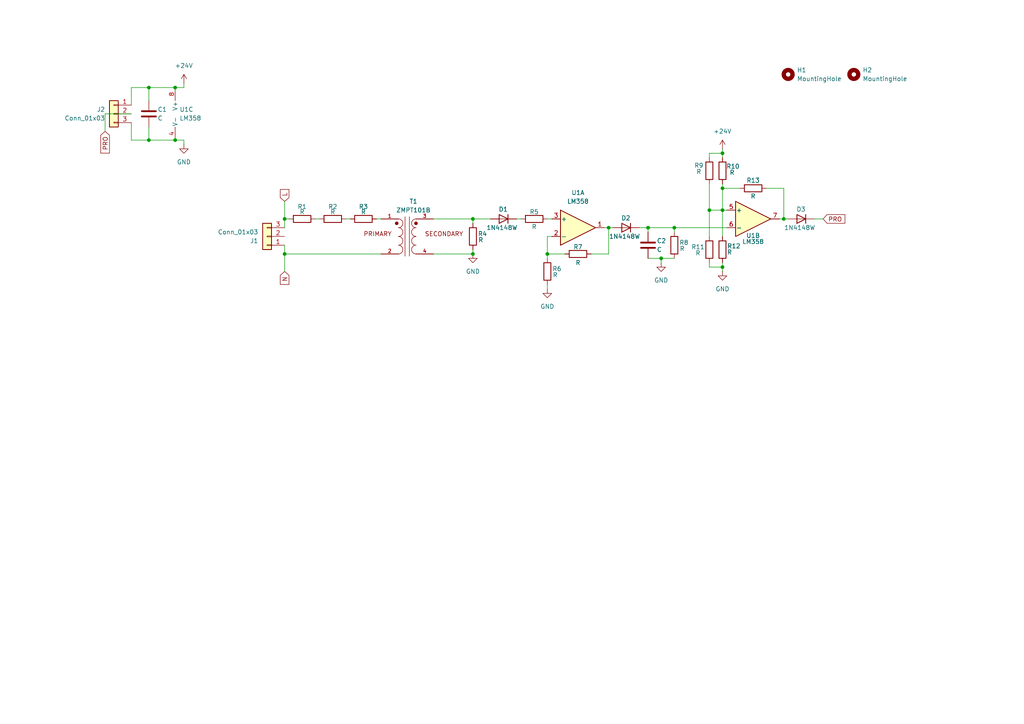
<source format=kicad_sch>
(kicad_sch (version 20250114) (generator "eeschema") (generator_version "9.0")
  (paper "A4")
  (lib_symbols
    (symbol "Amplifier_Operational:LM358" (pin_names (offset 0.127))
      (property "Reference" "U" (at 0 5.08 0))
      (property "Value" "LM358" (at 0 -5.08 0))
      (symbol "LM358_1_1"
        (polyline (pts (xy -5.08 5.08) (xy 5.08 0) (xy -5.08 -5.08) (xy -5.08 5.08)) (stroke (width 0.254)) (fill (type background)))
        (pin input line (at -7.62 2.54 0) (length 2.54) (name "+") (number "3"))
        (pin input line (at -7.62 -2.54 0) (length 2.54) (name "-") (number "2"))
        (pin output line (at 7.62 0 180) (length 2.54) (name "~") (number "1"))
      )
      (symbol "LM358_2_1"
        (polyline (pts (xy -5.08 5.08) (xy 5.08 0) (xy -5.08 -5.08) (xy -5.08 5.08)) (stroke (width 0.254)) (fill (type background)))
        (pin input line (at -7.62 2.54 0) (length 2.54) (name "+") (number "5"))
        (pin input line (at -7.62 -2.54 0) (length 2.54) (name "-") (number "6"))
        (pin output line (at 7.62 0 180) (length 2.54) (name "~") (number "7"))
      )
      (symbol "LM358_3_1"
        (pin power_in line (at -2.54 7.62 270) (length 3.81) (name "V+") (number "8"))
        (pin power_in line (at -2.54 -7.62 90) (length 3.81) (name "V-") (number "4"))
      )
    )
    (symbol "Connector_Generic:Conn_01x03" (pin_names (offset 1.016) (hide yes))
      (property "Reference" "J" (at 0 5.08 0))
      (property "Value" "Conn_01x03" (at 0 -5.08 0))
      (symbol "Conn_01x03_1_1"
        (rectangle (start -1.27 3.81) (end 1.27 -3.81) (stroke (width 0.254)) (fill (type background)))
        (rectangle (start -1.27 2.667) (end 0 2.413) (stroke (width 0.1524)))
        (rectangle (start -1.27 0.127) (end 0 -0.127) (stroke (width 0.1524)))
        (rectangle (start -1.27 -2.413) (end 0 -2.667) (stroke (width 0.1524)))
        (pin passive line (at -5.08 2.54 0) (length 3.81) (name "Pin_1") (number "1"))
        (pin passive line (at -5.08 0 0) (length 3.81) (name "Pin_2") (number "2"))
        (pin passive line (at -5.08 -2.54 0) (length 3.81) (name "Pin_3") (number "3"))
      )
    )
    (symbol "Device:C" (pin_numbers (hide yes)) (pin_names (offset 0.254))
      (property "Reference" "C" (at 0.635 2.54 0))
      (property "Value" "C" (at 0.635 -2.54 0))
      (symbol "C_0_1"
        (polyline (pts (xy -2.032 0.762) (xy 2.032 0.762)) (stroke (width 0.508)))
        (polyline (pts (xy -2.032 -0.762) (xy 2.032 -0.762)) (stroke (width 0.508)))
      )
      (symbol "C_1_1"
        (pin passive line (at 0 3.81 270) (length 2.794) (name "~") (number "1"))
        (pin passive line (at 0 -3.81 90) (length 2.794) (name "~") (number "2"))
      )
    )
    (symbol "Device:R" (pin_numbers (hide yes)) (pin_names (offset 0))
      (property "Reference" "R" (at 2.032 0 90))
      (property "Value" "R" (at 0 0 90))
      (symbol "R_0_1"
        (rectangle (start -1.016 -2.54) (end 1.016 2.54) (stroke (width 0.254)))
      )
      (symbol "R_1_1"
        (pin passive line (at 0 3.81 270) (length 1.27) (name "~") (number "1"))
        (pin passive line (at 0 -3.81 90) (length 1.27) (name "~") (number "2"))
      )
    )
    (symbol "Diode:1N4148W" (pin_numbers (hide yes)) (pin_names (hide yes))
      (property "Reference" "D" (at 0 2.54 0))
      (property "Value" "1N4148W" (at 0 -2.54 0))
      (symbol "1N4148W_0_1"
        (polyline (pts (xy -1.27 1.27) (xy -1.27 -1.27)) (stroke (width 0.254)))
        (polyline (pts (xy 1.27 1.27) (xy 1.27 -1.27) (xy -1.27 0) (xy 1.27 1.27)) (stroke (width 0.254)))
        (polyline (pts (xy 1.27 0) (xy -1.27 0)))
      )
      (symbol "1N4148W_1_1"
        (pin passive line (at -3.81 0 0) (length 2.54) (name "K") (number "1"))
        (pin passive line (at 3.81 0 180) (length 2.54) (name "A") (number "2"))
      )
    )
    (symbol "Mechanical:MountingHole" (pin_names (offset 1.016)) (in_bom no)
      (property "Reference" "H" (at 0 5.08 0))
      (property "Value" "MountingHole" (at 0 3.175 0))
      (symbol "MountingHole_0_1"
        (circle (center 0 0) (radius 1.27) (stroke (width 1.27)))
      )
    )
    (symbol "RUPESH:ZMPT101B" (pin_names (offset 1.016))
      (property "Reference" "T" (at -5.0839 7.6279 0))
      (property "Value" "ZMPT101B" (at -5.0814 -7.6227 0))
      (symbol "ZMPT101B_0_0"
        (circle (center -3.048 3.81) (radius 0.254) (stroke (width 0.508)))
        (arc (start -2.54 5.08) (mid -1.2755 3.81) (end -2.54 2.54) (stroke (width 0.1524)))
        (arc (start -2.54 2.54) (mid -1.2755 1.27) (end -2.54 0) (stroke (width 0.1524)))
        (arc (start -2.54 0) (mid -1.2755 -1.27) (end -2.54 -2.54) (stroke (width 0.1524)))
        (arc (start -2.54 -2.54) (mid -1.2755 -3.81) (end -2.54 -5.08) (stroke (width 0.1524)))
        (polyline (pts (xy -0.635 5.715) (xy -0.635 -5.715)) (stroke (width 0.1524)))
        (polyline (pts (xy 0.635 5.715) (xy 0.635 -5.715)) (stroke (width 0.1524)))
        (circle (center 2.54 3.81) (radius 0.254) (stroke (width 0.508)))
        (arc (start 2.54 2.54) (mid 1.2755 3.81) (end 2.54 5.08) (stroke (width 0.1524)))
        (arc (start 2.54 0) (mid 1.2755 1.27) (end 2.54 2.54) (stroke (width 0.1524)))
        (arc (start 2.54 -2.54) (mid 1.2755 -1.27) (end 2.54 0) (stroke (width 0.1524)))
        (arc (start 2.54 -5.08) (mid 1.2755 -3.81) (end 2.54 -2.54) (stroke (width 0.1524)))
        (text "PRIMARY" (at -12.7 0 0) (effects (font (size 1.27 1.27)) (justify left bottom)))
        (text "SECONDARY" (at 5.08 0 0) (effects (font (size 1.27 1.27)) (justify left bottom)))
        (pin passive line (at -7.62 5.08 0) (length 5.08) (name "~") (number "1"))
        (pin passive line (at -7.62 -5.08 0) (length 5.08) (name "~") (number "2"))
        (pin passive line (at 7.62 5.08 180) (length 5.08) (name "~") (number "3"))
        (pin passive line (at 7.62 -5.08 180) (length 5.08) (name "~") (number "4"))
      )
    )
    (symbol "power:+24V" (power) (pin_numbers (hide yes)) (pin_names (offset 0) (hide yes))
      (property "Value" "+24V" (at 0 3.556 0))
      (symbol "+24V_0_1"
        (polyline (pts (xy -0.762 1.27) (xy 0 2.54)))
        (polyline (pts (xy 0 2.54) (xy 0.762 1.27)))
        (polyline (pts (xy 0 0) (xy 0 2.54)))
      )
      (symbol "+24V_1_1"
        (pin power_in line (at 0 0 90) (length 0) (name "~") (number "1"))
      )
    )
    (symbol "power:GND" (power) (pin_numbers (hide yes)) (pin_names (offset 0) (hide yes))
      (property "Value" "GND" (at 0 -3.81 0))
      (symbol "GND_0_1"
        (polyline (pts (xy 0 0) (xy 0 -1.27) (xy 1.27 -1.27) (xy 0 -2.54) (xy -1.27 -1.27) (xy 0 -1.27)))
      )
      (symbol "GND_1_1"
        (pin power_in line (at 0 0 270) (length 0) (name "~") (number "1"))
      )
    )
  )
  (junction (at 227.33 63.5))
  (junction (at 205.74 60.96))
  (junction (at 209.55 54.61))
  (junction (at 158.75 73.66))
  (junction (at 137.16 73.66))
  (junction (at 195.58 66.04))
  (junction (at 82.55 73.66))
  (junction (at 50.8 40.64))
  (junction (at 209.55 44.45))
  (junction (at 43.18 40.64))
  (junction (at 209.55 60.96))
  (junction (at 209.55 77.47))
  (junction (at 187.96 66.04))
  (junction (at 50.8 25.4))
  (junction (at 191.77 74.93))
  (junction (at 137.16 63.5))
  (junction (at 82.55 63.5))
  (junction (at 176.53 66.04))
  (junction (at 43.18 25.4))
  (wire (pts (xy 53.34 41.91) (xy 53.34 40.64)))
  (wire (pts (xy 228.6 63.5) (xy 227.33 63.5)))
  (wire (pts (xy 191.77 76.2) (xy 191.77 74.93)))
  (wire (pts (xy 38.1 25.4) (xy 38.1 30.48)))
  (wire (pts (xy 125.73 73.66) (xy 137.16 73.66)))
  (wire (pts (xy 43.18 25.4) (xy 50.8 25.4)))
  (wire (pts (xy 227.33 63.5) (xy 226.06 63.5)))
  (wire (pts (xy 38.1 33.02) (xy 30.48 33.02)))
  (wire (pts (xy 227.33 54.61) (xy 227.33 63.5)))
  (wire (pts (xy 82.55 63.5) (xy 83.82 63.5)))
  (wire (pts (xy 30.48 33.02) (xy 30.48 38.1)))
  (wire (pts (xy 163.83 73.66) (xy 158.75 73.66)))
  (wire (pts (xy 187.96 74.93) (xy 191.77 74.93)))
  (wire (pts (xy 137.16 73.66) (xy 137.16 72.39)))
  (wire (pts (xy 187.96 66.04) (xy 185.42 66.04)))
  (wire (pts (xy 43.18 29.21) (xy 43.18 25.4)))
  (wire (pts (xy 158.75 73.66) (xy 158.75 68.58)))
  (wire (pts (xy 205.74 45.72) (xy 205.74 44.45)))
  (wire (pts (xy 82.55 78.74) (xy 82.55 73.66)))
  (wire (pts (xy 222.25 54.61) (xy 227.33 54.61)))
  (wire (pts (xy 195.58 67.31) (xy 195.58 66.04)))
  (wire (pts (xy 109.22 63.5) (xy 110.49 63.5)))
  (wire (pts (xy 187.96 67.31) (xy 187.96 66.04)))
  (wire (pts (xy 205.74 76.2) (xy 205.74 77.47)))
  (wire (pts (xy 205.74 44.45) (xy 209.55 44.45)))
  (wire (pts (xy 205.74 60.96) (xy 209.55 60.96)))
  (wire (pts (xy 91.44 63.5) (xy 92.71 63.5)))
  (wire (pts (xy 214.63 54.61) (xy 209.55 54.61)))
  (wire (pts (xy 38.1 40.64) (xy 43.18 40.64)))
  (wire (pts (xy 151.13 63.5) (xy 149.86 63.5)))
  (wire (pts (xy 175.26 66.04) (xy 176.53 66.04)))
  (wire (pts (xy 209.55 60.96) (xy 209.55 68.58)))
  (wire (pts (xy 50.8 25.4) (xy 53.34 25.4)))
  (wire (pts (xy 158.75 83.82) (xy 158.75 82.55)))
  (wire (pts (xy 238.76 63.5) (xy 236.22 63.5)))
  (wire (pts (xy 209.55 60.96) (xy 210.82 60.96)))
  (wire (pts (xy 137.16 63.5) (xy 137.16 64.77)))
  (wire (pts (xy 209.55 77.47) (xy 209.55 76.2)))
  (wire (pts (xy 171.45 73.66) (xy 176.53 73.66)))
  (wire (pts (xy 100.33 63.5) (xy 101.6 63.5)))
  (wire (pts (xy 209.55 44.45) (xy 209.55 45.72)))
  (wire (pts (xy 209.55 53.34) (xy 209.55 54.61)))
  (wire (pts (xy 195.58 66.04) (xy 210.82 66.04)))
  (wire (pts (xy 195.58 66.04) (xy 187.96 66.04)))
  (wire (pts (xy 43.18 40.64) (xy 50.8 40.64)))
  (wire (pts (xy 82.55 63.5) (xy 82.55 58.42)))
  (wire (pts (xy 158.75 68.58) (xy 160.02 68.58)))
  (wire (pts (xy 177.8 66.04) (xy 176.53 66.04)))
  (wire (pts (xy 209.55 43.18) (xy 209.55 44.45)))
  (wire (pts (xy 53.34 24.13) (xy 53.34 25.4)))
  (wire (pts (xy 142.24 63.5) (xy 137.16 63.5)))
  (wire (pts (xy 158.75 63.5) (xy 160.02 63.5)))
  (wire (pts (xy 205.74 60.96) (xy 205.74 68.58)))
  (wire (pts (xy 82.55 71.12) (xy 82.55 73.66)))
  (wire (pts (xy 38.1 25.4) (xy 43.18 25.4)))
  (wire (pts (xy 158.75 74.93) (xy 158.75 73.66)))
  (wire (pts (xy 82.55 73.66) (xy 110.49 73.66)))
  (wire (pts (xy 125.73 63.5) (xy 137.16 63.5)))
  (wire (pts (xy 205.74 77.47) (xy 209.55 77.47)))
  (wire (pts (xy 50.8 40.64) (xy 53.34 40.64)))
  (wire (pts (xy 209.55 54.61) (xy 209.55 60.96)))
  (wire (pts (xy 38.1 35.56) (xy 38.1 40.64)))
  (wire (pts (xy 82.55 66.04) (xy 82.55 63.5)))
  (wire (pts (xy 43.18 36.83) (xy 43.18 40.64)))
  (wire (pts (xy 209.55 78.74) (xy 209.55 77.47)))
  (wire (pts (xy 205.74 53.34) (xy 205.74 60.96)))
  (wire (pts (xy 176.53 73.66) (xy 176.53 66.04)))
  (wire (pts (xy 191.77 74.93) (xy 195.58 74.93)))
  (global_label "PRO" (shape input) (at 238.76 63.5 0) (property "Intersheetrefs" "${INTERSHEET_REFS}" (effects (hide yes))))
  (global_label "PRO" (shape input) (at 30.48 38.1 270) (property "Intersheetrefs" "${INTERSHEET_REFS}" (effects (hide yes))))
  (global_label "L" (shape input) (at 82.55 58.42 90) (property "Intersheetrefs" "${INTERSHEET_REFS}" (effects (hide yes))))
  (global_label "N" (shape input) (at 82.55 78.74 270) (property "Intersheetrefs" "${INTERSHEET_REFS}" (effects (hide yes))))
  (symbol (lib_id "RUPESH:ZMPT101B") (at 118.11 68.58 0) (unit 1)
    (property "Reference" "T1" (at 119.9145 58.42 0))
    (property "Value" "ZMPT101B" (at 119.9145 60.96 0))
    (property "Footprint" "XFMR_ZMPT101B" (effects (hide yes)))
    (property "MF" "Qingxian Zeming Langxi Electronic" (effects (hide yes)))
    (property "MAXIMUM_PACKAGE_HEIGHT" "18.8mm" (effects (hide yes)))
    (property "Package" "None" (effects (hide yes)))
    (property "Price" "None" (effects (hide yes)))
    (property "Check_prices" "https://www.snapeda.com/parts/ZMPT101B/Qingxian+Zeming+Langxi+Electronic/view-part/?ref=eda" (effects (hide yes)))
    (property "STANDARD" "Manufacturer Recommendations" (effects (hide yes)))
    (property "PARTREV" "NA" (effects (hide yes)))
    (property "SnapEDA_Link" "https://www.snapeda.com/parts/ZMPT101B/Qingxian+Zeming+Langxi+Electronic/view-part/?ref=snap" (effects (hide yes)))
    (property "MP" "ZMPT101B" (effects (hide yes)))
    (property "Description_1" "Current-type Voltage Transformer" (effects (hide yes)))
    (property "Availability" "Not in stock" (effects (hide yes)))
    (property "MANUFACTURER" "Qingxian Zeming Langxi Electronic" (effects (hide yes)))
  )
  (symbol (lib_id "Device:R") (at 195.58 71.12 180) (unit 1)
    (property "Reference" "R8" (at 198.374 70.358 0))
    (property "Value" "R" (at 197.866 72.136 0))
    (property "Footprint" "Resistor_SMD:R_0603_1608Metric_Pad0.98x0.95mm_HandSolder" (effects (hide yes)))
    (property "Description" "Resistor" (effects (hide yes)))
  )
  (symbol (lib_id "Device:R") (at 209.55 49.53 0) (unit 1)
    (property "Reference" "R10" (at 212.598 48.26 0))
    (property "Value" "R" (at 212.344 50.038 0))
    (property "Footprint" "Resistor_SMD:R_0603_1608Metric_Pad0.98x0.95mm_HandSolder" (effects (hide yes)))
    (property "Description" "Resistor" (effects (hide yes)))
  )
  (symbol (lib_id "Device:R") (at 167.64 73.66 270) (unit 1)
    (property "Reference" "R7" (at 167.64 71.628 90))
    (property "Value" "R" (at 167.64 76.2 90))
    (property "Footprint" "Resistor_SMD:R_0603_1608Metric_Pad0.98x0.95mm_HandSolder" (effects (hide yes)))
    (property "Description" "Resistor" (effects (hide yes)))
  )
  (symbol (lib_id "Device:R") (at 205.74 49.53 0) (unit 1)
    (property "Reference" "R9" (at 202.692 48.006 0))
    (property "Value" "R" (at 202.692 49.784 0))
    (property "Footprint" "Resistor_SMD:R_0603_1608Metric_Pad0.98x0.95mm_HandSolder" (effects (hide yes)))
    (property "Description" "Resistor" (effects (hide yes)))
  )
  (symbol (lib_id "Device:R") (at 154.94 63.5 270) (unit 1)
    (property "Reference" "R5" (at 154.94 61.468 90))
    (property "Value" "R" (at 154.94 65.786 90))
    (property "Footprint" "Resistor_SMD:R_0603_1608Metric_Pad0.98x0.95mm_HandSolder" (effects (hide yes)))
    (property "Description" "Resistor" (effects (hide yes)))
  )
  (symbol (lib_id "Mechanical:MountingHole") (at 247.65 21.59 0) (unit 1) (in_bom no)
    (property "Reference" "H2" (at 250.19 20.3199 0) (effects (justify left)))
    (property "Value" "MountingHole" (at 250.19 22.8599 0) (effects (justify left)))
    (property "Footprint" "MountingHole:MountingHole_3.2mm_M3_Pad_Via" (effects (hide yes)))
    (property "Description" "Mounting Hole without connection" (effects (hide yes)))
  )
  (symbol (lib_id "power:GND") (at 158.75 83.82 0) (unit 1)
    (property "Reference" "#PWR01" (effects (hide yes)))
    (property "Value" "GND" (at 158.75 88.9 0))
    (property "Description" "Power symbol creates a global label with name \"GND\" , ground" (effects (hide yes)))
  )
  (symbol (lib_id "Connector_Generic:Conn_01x03") (at 33.02 33.02 0) (mirror y) (unit 1)
    (property "Reference" "J2" (at 30.48 31.7499 0) (effects (justify left)))
    (property "Value" "Conn_01x03" (at 30.48 34.2899 0) (effects (justify left)))
    (property "Footprint" "Connector_Molex:Molex_KK-254_AE-6410-03A_1x03_P2.54mm_Vertical" (effects (hide yes)))
    (property "Description" "Generic connector, single row, 01x03, script generated (kicad-library-utils/schlib/autogen/connector/)" (effects (hide yes)))
  )
  (symbol (lib_id "Diode:1N4148W") (at 146.05 63.5 180) (unit 1)
    (property "Reference" "D1" (at 147.32 60.706 0) (effects (justify left)))
    (property "Value" "1N4148W" (at 150.114 66.04 0) (effects (justify left)))
    (property "Footprint" "Diode_SMD:D_SOD-123" (effects (hide yes)))
    (property "Datasheet" "https://www.vishay.com/docs/85748/1n4148w.pdf" (effects (hide yes)))
    (property "Description" "75V 0.15A Fast Switching Diode, SOD-123" (effects (hide yes)))
    (property "Sim.Device" "D" (effects (hide yes)))
    (property "Sim.Pins" "1=K 2=A" (effects (hide yes)))
  )
  (symbol (lib_id "power:GND") (at 137.16 73.66 0) (unit 1)
    (property "Reference" "#PWR03" (effects (hide yes)))
    (property "Value" "GND" (at 137.16 78.74 0))
    (property "Description" "Power symbol creates a global label with name \"GND\" , ground" (effects (hide yes)))
  )
  (symbol (lib_id "Amplifier_Operational:LM358") (at 218.44 63.5 0) (unit 2)
    (property "Reference" "U1" (at 218.44 68.326 0))
    (property "Value" "LM358" (at 218.44 70.104 0))
    (property "Footprint" "Package_SO:SOIC-8_3.9x4.9mm_P1.27mm" (effects (hide yes)))
    (property "Datasheet" "http://www.ti.com/lit/ds/symlink/lm2904-n.pdf" (effects (hide yes)))
    (property "Description" "Low-Power, Dual Operational Amplifiers, DIP-8/SOIC-8/TO-99-8" (effects (hide yes)))
  )
  (symbol (lib_id "Device:R") (at 105.41 63.5 90) (unit 1)
    (property "Reference" "R3" (at 105.41 59.944 90))
    (property "Value" "R" (at 105.41 61.468 90))
    (property "Footprint" "Resistor_SMD:R_1206_3216Metric_Pad1.30x1.75mm_HandSolder" (effects (hide yes)))
    (property "Description" "Resistor" (effects (hide yes)))
  )
  (symbol (lib_id "power:GND") (at 209.55 78.74 0) (unit 1)
    (property "Reference" "#PWR07" (effects (hide yes)))
    (property "Value" "GND" (at 209.55 83.82 0))
    (property "Description" "Power symbol creates a global label with name \"GND\" , ground" (effects (hide yes)))
  )
  (symbol (lib_id "Diode:1N4148W") (at 232.41 63.5 180) (unit 1)
    (property "Reference" "D3" (at 233.68 60.706 0) (effects (justify left)))
    (property "Value" "1N4148W" (at 236.474 66.04 0) (effects (justify left)))
    (property "Footprint" "Diode_SMD:D_SOD-123" (effects (hide yes)))
    (property "Datasheet" "https://www.vishay.com/docs/85748/1n4148w.pdf" (effects (hide yes)))
    (property "Description" "75V 0.15A Fast Switching Diode, SOD-123" (effects (hide yes)))
    (property "Sim.Device" "D" (effects (hide yes)))
    (property "Sim.Pins" "1=K 2=A" (effects (hide yes)))
  )
  (symbol (lib_id "power:GND") (at 53.34 41.91 0) (unit 1)
    (property "Reference" "#PWR02" (effects (hide yes)))
    (property "Value" "GND" (at 53.34 46.99 0))
    (property "Description" "Power symbol creates a global label with name \"GND\" , ground" (effects (hide yes)))
  )
  (symbol (lib_id "Diode:1N4148W") (at 181.61 66.04 180) (unit 1)
    (property "Reference" "D2" (at 182.88 63.246 0) (effects (justify left)))
    (property "Value" "1N4148W" (at 185.674 68.58 0) (effects (justify left)))
    (property "Footprint" "Diode_SMD:D_SOD-123" (effects (hide yes)))
    (property "Datasheet" "https://www.vishay.com/docs/85748/1n4148w.pdf" (effects (hide yes)))
    (property "Description" "75V 0.15A Fast Switching Diode, SOD-123" (effects (hide yes)))
    (property "Sim.Device" "D" (effects (hide yes)))
    (property "Sim.Pins" "1=K 2=A" (effects (hide yes)))
  )
  (symbol (lib_id "power:+24V") (at 209.55 43.18 0) (unit 1)
    (property "Reference" "#PWR05" (effects (hide yes)))
    (property "Value" "+24V" (at 209.55 38.1 0))
    (property "Description" "Power symbol creates a global label with name \"+24V\"" (effects (hide yes)))
  )
  (symbol (lib_id "Device:R") (at 158.75 78.74 180) (unit 1)
    (property "Reference" "R6" (at 161.544 77.978 0))
    (property "Value" "R" (at 161.036 79.756 0))
    (property "Footprint" "Resistor_SMD:R_0603_1608Metric_Pad0.98x0.95mm_HandSolder" (effects (hide yes)))
    (property "Description" "Resistor" (effects (hide yes)))
  )
  (symbol (lib_id "Amplifier_Operational:LM358") (at 53.34 33.02 0) (unit 3)
    (property "Reference" "U1" (at 52.07 31.7499 0) (effects (justify left)))
    (property "Value" "LM358" (at 52.07 34.2899 0) (effects (justify left)))
    (property "Footprint" "Package_SO:SOIC-8_3.9x4.9mm_P1.27mm" (effects (hide yes)))
    (property "Datasheet" "http://www.ti.com/lit/ds/symlink/lm2904-n.pdf" (effects (hide yes)))
    (property "Description" "Low-Power, Dual Operational Amplifiers, DIP-8/SOIC-8/TO-99-8" (effects (hide yes)))
  )
  (symbol (lib_id "Device:R") (at 218.44 54.61 270) (unit 1)
    (property "Reference" "R13" (at 218.44 52.324 90))
    (property "Value" "R" (at 218.44 56.896 90))
    (property "Footprint" "Resistor_SMD:R_0603_1608Metric_Pad0.98x0.95mm_HandSolder" (effects (hide yes)))
    (property "Description" "Resistor" (effects (hide yes)))
  )
  (symbol (lib_id "power:+24V") (at 53.34 24.13 0) (unit 1)
    (property "Reference" "#PWR06" (effects (hide yes)))
    (property "Value" "+24V" (at 53.34 19.05 0))
    (property "Description" "Power symbol creates a global label with name \"+24V\"" (effects (hide yes)))
  )
  (symbol (lib_id "Connector_Generic:Conn_01x03") (at 77.47 68.58 180) (unit 1)
    (property "Reference" "J1" (at 74.93 69.8501 0) (effects (justify left)))
    (property "Value" "Conn_01x03" (at 74.93 67.3101 0) (effects (justify left)))
    (property "Footprint" "Connector_JST:JST_VH_B3P-VH-B_1x03_P3.96mm_Vertical" (effects (hide yes)))
    (property "Description" "Generic connector, single row, 01x03, script generated (kicad-library-utils/schlib/autogen/connector/)" (effects (hide yes)))
  )
  (symbol (lib_id "power:GND") (at 191.77 76.2 0) (unit 1)
    (property "Reference" "#PWR04" (effects (hide yes)))
    (property "Value" "GND" (at 191.77 81.28 0))
    (property "Description" "Power symbol creates a global label with name \"GND\" , ground" (effects (hide yes)))
  )
  (symbol (lib_id "Device:C") (at 43.18 33.02 0) (unit 1)
    (property "Reference" "C1" (at 45.72 31.75 0) (effects (justify left)))
    (property "Value" "C" (at 45.72 34.29 0) (effects (justify left)))
    (property "Footprint" "Capacitor_SMD:C_1206_3216Metric_Pad1.33x1.80mm_HandSolder" (effects (hide yes)))
    (property "Description" "Unpolarized capacitor" (effects (hide yes)))
  )
  (symbol (lib_id "Device:C") (at 187.96 71.12 0) (unit 1)
    (property "Reference" "C2" (at 190.5 69.85 0) (effects (justify left)))
    (property "Value" "C" (at 190.5 72.39 0) (effects (justify left)))
    (property "Footprint" "Capacitor_SMD:C_1206_3216Metric_Pad1.33x1.80mm_HandSolder" (effects (hide yes)))
    (property "Description" "Unpolarized capacitor" (effects (hide yes)))
  )
  (symbol (lib_id "Amplifier_Operational:LM358") (at 167.64 66.04 0) (unit 1)
    (property "Reference" "U1" (at 167.64 55.88 0))
    (property "Value" "LM358" (at 167.64 58.42 0))
    (property "Footprint" "Package_SO:SOIC-8_3.9x4.9mm_P1.27mm" (effects (hide yes)))
    (property "Datasheet" "http://www.ti.com/lit/ds/symlink/lm2904-n.pdf" (effects (hide yes)))
    (property "Description" "Low-Power, Dual Operational Amplifiers, DIP-8/SOIC-8/TO-99-8" (effects (hide yes)))
  )
  (symbol (lib_id "Device:R") (at 205.74 72.39 0) (unit 1)
    (property "Reference" "R11" (at 202.438 71.628 0))
    (property "Value" "R" (at 202.438 73.406 0))
    (property "Footprint" "Resistor_SMD:R_0603_1608Metric_Pad0.98x0.95mm_HandSolder" (effects (hide yes)))
    (property "Description" "Resistor" (effects (hide yes)))
  )
  (symbol (lib_id "Device:R") (at 137.16 68.58 180) (unit 1)
    (property "Reference" "R4" (at 139.954 67.818 0))
    (property "Value" "R" (at 139.446 69.596 0))
    (property "Footprint" "Resistor_SMD:R_1206_3216Metric_Pad1.30x1.75mm_HandSolder" (effects (hide yes)))
    (property "Description" "Resistor" (effects (hide yes)))
  )
  (symbol (lib_id "Device:R") (at 96.52 63.5 90) (unit 1)
    (property "Reference" "R2" (at 96.52 59.944 90))
    (property "Value" "R" (at 96.52 61.468 90))
    (property "Footprint" "Resistor_SMD:R_1206_3216Metric_Pad1.30x1.75mm_HandSolder" (effects (hide yes)))
    (property "Description" "Resistor" (effects (hide yes)))
  )
  (symbol (lib_id "Device:R") (at 209.55 72.39 0) (unit 1)
    (property "Reference" "R12" (at 212.852 71.374 0))
    (property "Value" "R" (at 211.582 73.152 0))
    (property "Footprint" "Resistor_SMD:R_0603_1608Metric_Pad0.98x0.95mm_HandSolder" (effects (hide yes)))
    (property "Description" "Resistor" (effects (hide yes)))
  )
  (symbol (lib_id "Mechanical:MountingHole") (at 228.6 21.59 0) (unit 1) (in_bom no)
    (property "Reference" "H1" (at 231.14 20.3199 0) (effects (justify left)))
    (property "Value" "MountingHole" (at 231.14 22.8599 0) (effects (justify left)))
    (property "Footprint" "MountingHole:MountingHole_3.2mm_M3_Pad_Via" (effects (hide yes)))
    (property "Description" "Mounting Hole without connection" (effects (hide yes)))
  )
  (symbol (lib_id "Device:R") (at 87.63 63.5 90) (unit 1)
    (property "Reference" "R1" (at 87.63 59.944 90))
    (property "Value" "R" (at 87.63 61.468 90))
    (property "Footprint" "Resistor_SMD:R_1206_3216Metric_Pad1.30x1.75mm_HandSolder" (effects (hide yes)))
    (property "Description" "Resistor" (effects (hide yes)))
  )
)
</source>
